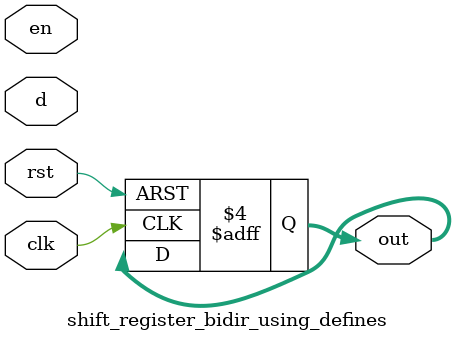
<source format=sv>

`timescale 1ns/1ps
module shift_register_bidir_using_defines #(parameter MSB = 4)
  							(
  								input logic clk,
  								input logic rst,
  								input logic d,
  								input logic en,
                              	output logic [MSB-1:0] out
					  		);	
  
  always @ (posedge clk or posedge rst) begin
    if (rst)
      		out <= 4'b1011;
  	else begin
      if (~en)
        	out <= out;
      else begin
           `ifdef SHIFT_RIGHT                     // RIGHT Shifter
        			out <= {d,out[MSB-1:1]};
      		`endif
      		`ifdef SHIFT_LEFT                       // LEFT Shifter
      				out <= {out[MSB-2:0],d};
      		`endif
      		`ifdef BYPASS                           // NO SHIFT
      				out <= out;
             `endif
      end		
    end
end
  
endmodule

</source>
